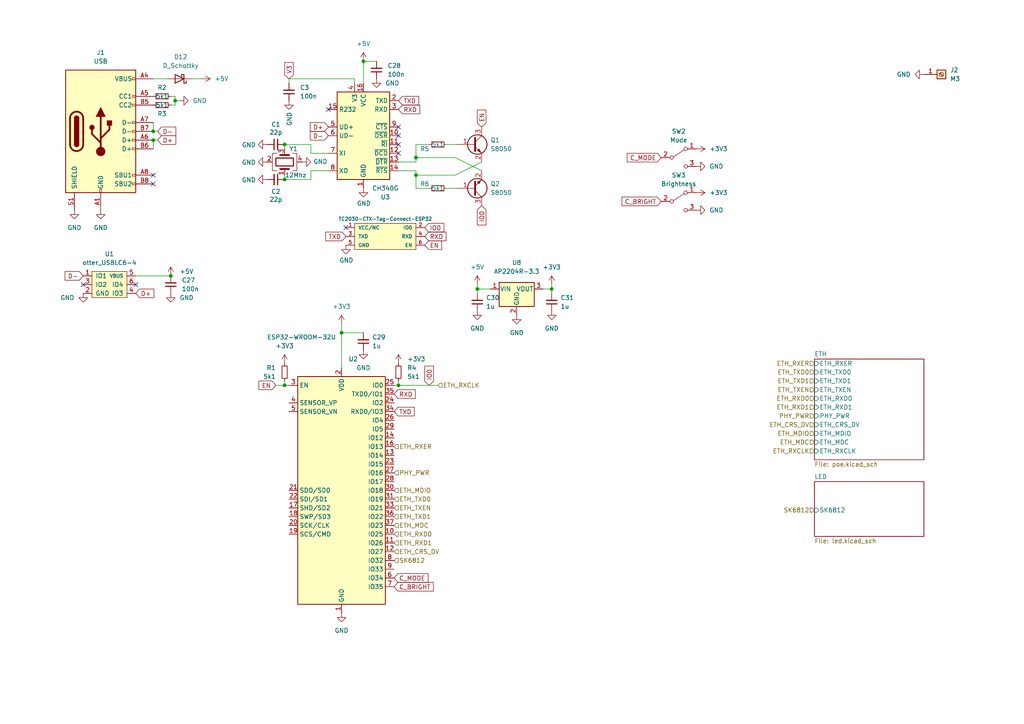
<source format=kicad_sch>
(kicad_sch (version 20211123) (generator eeschema)
  (paper "A4")
  (lib_symbols
    (symbol "Connector:Screw_Terminal_01x01" (pin_names (offset 1.016) hide)
      (property "Reference" "J" (at 0 2.54 0))
      (property "Value" "Screw_Terminal_01x01" (at 0 -2.54 0))
      (symbol "Screw_Terminal_01x01_1_1"
        (rectangle (start -1.27 1.27) (end 1.27 -1.27) (stroke (width 0.254)) (fill (type background)))
        (polyline (pts (xy -0.5334 0.3302) (xy 0.3302 -0.508)) (stroke (width 0.1524)))
        (polyline (pts (xy -0.3556 0.508) (xy 0.508 -0.3302)) (stroke (width 0.1524)))
        (circle (center 0 0) (radius 0.635) (stroke (width 0.1524)))
        (pin passive line (at -5.08 0 0) (length 3.81) (name "Pin_1") (number "1"))
      )
    )
    (symbol "Connector:USB_C_Receptacle_USB2.0" (pin_names (offset 1.016))
      (property "Reference" "J" (at -10.16 19.05 0))
      (property "Value" "USB_C_Receptacle_USB2.0" (at 19.05 19.05 0))
      (symbol "USB_C_Receptacle_USB2.0_0_0"
        (rectangle (start -0.254 -17.78) (end 0.254 -16.764))
        (rectangle (start 10.16 -14.986) (end 9.144 -15.494))
        (rectangle (start 10.16 -12.446) (end 9.144 -12.954))
        (rectangle (start 10.16 -4.826) (end 9.144 -5.334))
        (rectangle (start 10.16 -2.286) (end 9.144 -2.794))
        (rectangle (start 10.16 0.254) (end 9.144 -0.254))
        (rectangle (start 10.16 2.794) (end 9.144 2.286))
        (rectangle (start 10.16 7.874) (end 9.144 7.366))
        (rectangle (start 10.16 10.414) (end 9.144 9.906))
        (rectangle (start 10.16 15.494) (end 9.144 14.986))
      )
      (symbol "USB_C_Receptacle_USB2.0_0_1"
        (rectangle (start -10.16 17.78) (end 10.16 -17.78) (stroke (width 0.254)) (fill (type background)))
        (arc (start -8.89 -3.81) (mid -6.985 -5.715) (end -5.08 -3.81) (stroke (width 0.508)))
        (arc (start -7.62 -3.81) (mid -6.985 -4.445) (end -6.35 -3.81) (stroke (width 0.254)))
        (arc (start -7.62 -3.81) (mid -6.985 -4.445) (end -6.35 -3.81) (stroke (width 0.254)) (fill (type outline)))
        (rectangle (start -7.62 -3.81) (end -6.35 3.81) (stroke (width 0.254)) (fill (type outline)))
        (arc (start -6.35 3.81) (mid -6.985 4.445) (end -7.62 3.81) (stroke (width 0.254)))
        (arc (start -6.35 3.81) (mid -6.985 4.445) (end -7.62 3.81) (stroke (width 0.254)) (fill (type outline)))
        (arc (start -5.08 3.81) (mid -6.985 5.715) (end -8.89 3.81) (stroke (width 0.508)))
        (circle (center -2.54 1.143) (radius 0.635) (stroke (width 0.254)) (fill (type outline)))
        (circle (center 0 -5.842) (radius 1.27) (fill (type outline)))
        (polyline (pts (xy -8.89 -3.81) (xy -8.89 3.81)) (stroke (width 0.508)))
        (polyline (pts (xy -5.08 3.81) (xy -5.08 -3.81)) (stroke (width 0.508)))
        (polyline (pts (xy 0 -5.842) (xy 0 4.318)) (stroke (width 0.508)))
        (polyline (pts (xy 0 -3.302) (xy -2.54 -0.762) (xy -2.54 0.508)) (stroke (width 0.508)))
        (polyline (pts (xy 0 -2.032) (xy 2.54 0.508) (xy 2.54 1.778)) (stroke (width 0.508)))
        (polyline (pts (xy -1.27 4.318) (xy 0 6.858) (xy 1.27 4.318) (xy -1.27 4.318)) (stroke (width 0.254)) (fill (type outline)))
        (rectangle (start 1.905 1.778) (end 3.175 3.048) (stroke (width 0.254)) (fill (type outline)))
      )
      (symbol "USB_C_Receptacle_USB2.0_1_1"
        (pin passive line (at 0 -22.86 90) (length 5.08) (name "GND") (number "A1"))
        (pin passive line (at 0 -22.86 90) (length 5.08) hide (name "GND") (number "A12"))
        (pin passive line (at 15.24 15.24 180) (length 5.08) (name "VBUS") (number "A4"))
        (pin bidirectional line (at 15.24 10.16 180) (length 5.08) (name "CC1") (number "A5"))
        (pin bidirectional line (at 15.24 -2.54 180) (length 5.08) (name "D+") (number "A6"))
        (pin bidirectional line (at 15.24 2.54 180) (length 5.08) (name "D-") (number "A7"))
        (pin bidirectional line (at 15.24 -12.7 180) (length 5.08) (name "SBU1") (number "A8"))
        (pin passive line (at 15.24 15.24 180) (length 5.08) hide (name "VBUS") (number "A9"))
        (pin passive line (at 0 -22.86 90) (length 5.08) hide (name "GND") (number "B1"))
        (pin passive line (at 0 -22.86 90) (length 5.08) hide (name "GND") (number "B12"))
        (pin passive line (at 15.24 15.24 180) (length 5.08) hide (name "VBUS") (number "B4"))
        (pin bidirectional line (at 15.24 7.62 180) (length 5.08) (name "CC2") (number "B5"))
        (pin bidirectional line (at 15.24 -5.08 180) (length 5.08) (name "D+") (number "B6"))
        (pin bidirectional line (at 15.24 0 180) (length 5.08) (name "D-") (number "B7"))
        (pin bidirectional line (at 15.24 -15.24 180) (length 5.08) (name "SBU2") (number "B8"))
        (pin passive line (at 15.24 15.24 180) (length 5.08) hide (name "VBUS") (number "B9"))
        (pin passive line (at -7.62 -22.86 90) (length 5.08) (name "SHIELD") (number "S1"))
      )
    )
    (symbol "Device:C_Small" (pin_numbers hide) (pin_names (offset 0.254) hide)
      (property "Reference" "C" (at 0.254 1.778 0))
      (property "Value" "C_Small" (at 0.254 -2.032 0))
      (symbol "C_Small_0_1"
        (polyline (pts (xy -1.524 -0.508) (xy 1.524 -0.508)) (stroke (width 0.3302)))
        (polyline (pts (xy -1.524 0.508) (xy 1.524 0.508)) (stroke (width 0.3048)))
      )
      (symbol "C_Small_1_1"
        (pin passive line (at 0 2.54 270) (length 2.032) (name "~") (number "1"))
        (pin passive line (at 0 -2.54 90) (length 2.032) (name "~") (number "2"))
      )
    )
    (symbol "Device:Crystal_GND24" (pin_names (offset 1.016) hide)
      (property "Reference" "Y" (at 3.175 5.08 0))
      (property "Value" "Crystal_GND24" (at 3.175 3.175 0))
      (symbol "Crystal_GND24_0_1"
        (rectangle (start -1.143 2.54) (end 1.143 -2.54) (stroke (width 0.3048)))
        (polyline (pts (xy -2.54 0) (xy -2.032 0)))
        (polyline (pts (xy -2.032 -1.27) (xy -2.032 1.27)) (stroke (width 0.508)))
        (polyline (pts (xy 0 -3.81) (xy 0 -3.556)))
        (polyline (pts (xy 0 3.556) (xy 0 3.81)))
        (polyline (pts (xy 2.032 -1.27) (xy 2.032 1.27)) (stroke (width 0.508)))
        (polyline (pts (xy 2.032 0) (xy 2.54 0)))
        (polyline (pts (xy -2.54 -2.286) (xy -2.54 -3.556) (xy 2.54 -3.556) (xy 2.54 -2.286)))
        (polyline (pts (xy -2.54 2.286) (xy -2.54 3.556) (xy 2.54 3.556) (xy 2.54 2.286)))
      )
      (symbol "Crystal_GND24_1_1"
        (pin passive line (at -3.81 0 0) (length 1.27) (name "1") (number "1"))
        (pin passive line (at 0 5.08 270) (length 1.27) (name "2") (number "2"))
        (pin passive line (at 3.81 0 180) (length 1.27) (name "3") (number "3"))
        (pin passive line (at 0 -5.08 90) (length 1.27) (name "4") (number "4"))
      )
    )
    (symbol "Device:D_Schottky" (pin_numbers hide) (pin_names (offset 1.016) hide)
      (property "Reference" "D" (at 0 2.54 0))
      (property "Value" "D_Schottky" (at 0 -2.54 0))
      (symbol "D_Schottky_0_1"
        (polyline (pts (xy 1.27 0) (xy -1.27 0)))
        (polyline (pts (xy 1.27 1.27) (xy 1.27 -1.27) (xy -1.27 0) (xy 1.27 1.27)) (stroke (width 0.254)))
        (polyline (pts (xy -1.905 0.635) (xy -1.905 1.27) (xy -1.27 1.27) (xy -1.27 -1.27) (xy -0.635 -1.27) (xy -0.635 -0.635)) (stroke (width 0.254)))
      )
      (symbol "D_Schottky_1_1"
        (pin passive line (at -3.81 0 0) (length 2.54) (name "K") (number "1"))
        (pin passive line (at 3.81 0 180) (length 2.54) (name "A") (number "2"))
      )
    )
    (symbol "Device:R_Small" (pin_numbers hide) (pin_names (offset 0.254) hide)
      (property "Reference" "R" (at 0.762 0.508 0))
      (property "Value" "R_Small" (at 0.762 -1.016 0))
      (symbol "R_Small_0_1"
        (rectangle (start -0.762 1.778) (end 0.762 -1.778) (stroke (width 0.2032)))
      )
      (symbol "R_Small_1_1"
        (pin passive line (at 0 2.54 270) (length 0.762) (name "~") (number "1"))
        (pin passive line (at 0 -2.54 90) (length 0.762) (name "~") (number "2"))
      )
    )
    (symbol "Interface_USB:CH340G"
      (property "Reference" "U" (at -5.08 13.97 0))
      (property "Value" "CH340G" (at 1.27 13.97 0))
      (symbol "CH340G_0_1"
        (rectangle (start -7.62 12.7) (end 7.62 -12.7) (stroke (width 0.254)) (fill (type background)))
      )
      (symbol "CH340G_1_1"
        (pin power_in line (at 0 -15.24 90) (length 2.54) (name "GND") (number "1"))
        (pin input line (at 10.16 0 180) (length 2.54) (name "~{DSR}") (number "10"))
        (pin input line (at 10.16 -2.54 180) (length 2.54) (name "~{RI}") (number "11"))
        (pin input line (at 10.16 -5.08 180) (length 2.54) (name "~{DCD}") (number "12"))
        (pin output line (at 10.16 -7.62 180) (length 2.54) (name "~{DTR}") (number "13"))
        (pin output line (at 10.16 -10.16 180) (length 2.54) (name "~{RTS}") (number "14"))
        (pin input line (at -10.16 7.62 0) (length 2.54) (name "R232") (number "15"))
        (pin power_in line (at 0 15.24 270) (length 2.54) (name "VCC") (number "16"))
        (pin output line (at 10.16 10.16 180) (length 2.54) (name "TXD") (number "2"))
        (pin input line (at 10.16 7.62 180) (length 2.54) (name "RXD") (number "3"))
        (pin passive line (at -2.54 15.24 270) (length 2.54) (name "V3") (number "4"))
        (pin bidirectional line (at -10.16 2.54 0) (length 2.54) (name "UD+") (number "5"))
        (pin bidirectional line (at -10.16 0 0) (length 2.54) (name "UD-") (number "6"))
        (pin input line (at -10.16 -5.08 0) (length 2.54) (name "XI") (number "7"))
        (pin output line (at -10.16 -10.16 0) (length 2.54) (name "XO") (number "8"))
        (pin input line (at 10.16 2.54 180) (length 2.54) (name "~{CTS}") (number "9"))
      )
    )
    (symbol "RF_Module:ESP32-WROOM-32U"
      (property "Reference" "U" (at -12.7 34.29 0))
      (property "Value" "ESP32-WROOM-32U" (at 1.27 34.29 0))
      (symbol "ESP32-WROOM-32U_0_1"
        (rectangle (start -12.7 33.02) (end 12.7 -33.02) (stroke (width 0.254)) (fill (type background)))
      )
      (symbol "ESP32-WROOM-32U_1_1"
        (pin power_in line (at 0 -35.56 90) (length 2.54) (name "GND") (number "1"))
        (pin bidirectional line (at 15.24 -12.7 180) (length 2.54) (name "IO25") (number "10"))
        (pin bidirectional line (at 15.24 -15.24 180) (length 2.54) (name "IO26") (number "11"))
        (pin bidirectional line (at 15.24 -17.78 180) (length 2.54) (name "IO27") (number "12"))
        (pin bidirectional line (at 15.24 10.16 180) (length 2.54) (name "IO14") (number "13"))
        (pin bidirectional line (at 15.24 15.24 180) (length 2.54) (name "IO12") (number "14"))
        (pin passive line (at 0 -35.56 90) (length 2.54) hide (name "GND") (number "15"))
        (pin bidirectional line (at 15.24 12.7 180) (length 2.54) (name "IO13") (number "16"))
        (pin bidirectional line (at -15.24 -5.08 0) (length 2.54) (name "SHD/SD2") (number "17"))
        (pin bidirectional line (at -15.24 -7.62 0) (length 2.54) (name "SWP/SD3") (number "18"))
        (pin bidirectional line (at -15.24 -12.7 0) (length 2.54) (name "SCS/CMD") (number "19"))
        (pin power_in line (at 0 35.56 270) (length 2.54) (name "VDD") (number "2"))
        (pin bidirectional line (at -15.24 -10.16 0) (length 2.54) (name "SCK/CLK") (number "20"))
        (pin bidirectional line (at -15.24 0 0) (length 2.54) (name "SDO/SD0") (number "21"))
        (pin bidirectional line (at -15.24 -2.54 0) (length 2.54) (name "SDI/SD1") (number "22"))
        (pin bidirectional line (at 15.24 7.62 180) (length 2.54) (name "IO15") (number "23"))
        (pin bidirectional line (at 15.24 25.4 180) (length 2.54) (name "IO2") (number "24"))
        (pin bidirectional line (at 15.24 30.48 180) (length 2.54) (name "IO0") (number "25"))
        (pin bidirectional line (at 15.24 20.32 180) (length 2.54) (name "IO4") (number "26"))
        (pin bidirectional line (at 15.24 5.08 180) (length 2.54) (name "IO16") (number "27"))
        (pin bidirectional line (at 15.24 2.54 180) (length 2.54) (name "IO17") (number "28"))
        (pin bidirectional line (at 15.24 17.78 180) (length 2.54) (name "IO5") (number "29"))
        (pin input line (at -15.24 30.48 0) (length 2.54) (name "EN") (number "3"))
        (pin bidirectional line (at 15.24 0 180) (length 2.54) (name "IO18") (number "30"))
        (pin bidirectional line (at 15.24 -2.54 180) (length 2.54) (name "IO19") (number "31"))
        (pin no_connect line (at -12.7 -27.94 0) (length 2.54) hide (name "NC") (number "32"))
        (pin bidirectional line (at 15.24 -5.08 180) (length 2.54) (name "IO21") (number "33"))
        (pin bidirectional line (at 15.24 22.86 180) (length 2.54) (name "RXD0/IO3") (number "34"))
        (pin bidirectional line (at 15.24 27.94 180) (length 2.54) (name "TXD0/IO1") (number "35"))
        (pin bidirectional line (at 15.24 -7.62 180) (length 2.54) (name "IO22") (number "36"))
        (pin bidirectional line (at 15.24 -10.16 180) (length 2.54) (name "IO23") (number "37"))
        (pin passive line (at 0 -35.56 90) (length 2.54) hide (name "GND") (number "38"))
        (pin passive line (at 0 -35.56 90) (length 2.54) hide (name "GND") (number "39"))
        (pin input line (at -15.24 25.4 0) (length 2.54) (name "SENSOR_VP") (number "4"))
        (pin input line (at -15.24 22.86 0) (length 2.54) (name "SENSOR_VN") (number "5"))
        (pin input line (at 15.24 -25.4 180) (length 2.54) (name "IO34") (number "6"))
        (pin input line (at 15.24 -27.94 180) (length 2.54) (name "IO35") (number "7"))
        (pin bidirectional line (at 15.24 -20.32 180) (length 2.54) (name "IO32") (number "8"))
        (pin bidirectional line (at 15.24 -22.86 180) (length 2.54) (name "IO33") (number "9"))
      )
    )
    (symbol "Regulator_Linear:AP2204R-3.3" (pin_names (offset 0.254))
      (property "Reference" "U" (at -5.08 3.175 0))
      (property "Value" "AP2204R-3.3" (at 0 3.175 0))
      (symbol "AP2204R-3.3_0_1"
        (rectangle (start -5.08 1.905) (end 5.08 -5.08) (stroke (width 0.254)) (fill (type background)))
      )
      (symbol "AP2204R-3.3_1_1"
        (pin power_in line (at -7.62 0 0) (length 2.54) (name "VIN") (number "1"))
        (pin power_in line (at 0 -7.62 90) (length 2.54) (name "GND") (number "2"))
        (pin power_out line (at 7.62 0 180) (length 2.54) (name "VOUT") (number "3"))
      )
    )
    (symbol "Switch:SW_SPDT" (pin_names (offset 0) hide)
      (property "Reference" "SW" (at 0 4.318 0))
      (property "Value" "SW_SPDT" (at 0 -5.08 0))
      (symbol "SW_SPDT_0_0"
        (circle (center -2.032 0) (radius 0.508))
        (circle (center 2.032 -2.54) (radius 0.508))
      )
      (symbol "SW_SPDT_0_1"
        (polyline (pts (xy -1.524 0.254) (xy 1.651 2.286)))
        (circle (center 2.032 2.54) (radius 0.508))
      )
      (symbol "SW_SPDT_1_1"
        (pin passive line (at 5.08 2.54 180) (length 2.54) (name "A") (number "1"))
        (pin passive line (at -5.08 0 0) (length 2.54) (name "B") (number "2"))
        (pin passive line (at 5.08 -2.54 180) (length 2.54) (name "C") (number "3"))
      )
    )
    (symbol "Transistor_BJT:BC847" (pin_names (offset 0) hide)
      (property "Reference" "Q" (at 5.08 1.905 0))
      (property "Value" "BC847" (at 5.08 0 0))
      (symbol "BC847_0_1"
        (polyline (pts (xy 0.635 0.635) (xy 2.54 2.54)))
        (polyline (pts (xy 0.635 -0.635) (xy 2.54 -2.54) (xy 2.54 -2.54)))
        (polyline (pts (xy 0.635 1.905) (xy 0.635 -1.905) (xy 0.635 -1.905)) (stroke (width 0.508)))
        (polyline (pts (xy 1.27 -1.778) (xy 1.778 -1.27) (xy 2.286 -2.286) (xy 1.27 -1.778) (xy 1.27 -1.778)) (fill (type outline)))
        (circle (center 1.27 0) (radius 2.8194) (stroke (width 0.254)))
      )
      (symbol "BC847_1_1"
        (pin input line (at -5.08 0 0) (length 5.715) (name "B") (number "1"))
        (pin passive line (at 2.54 -5.08 90) (length 2.54) (name "E") (number "2"))
        (pin passive line (at 2.54 5.08 270) (length 2.54) (name "C") (number "3"))
      )
    )
    (symbol "otter:+5V" (power) (pin_names (offset 0))
      (property "Value" "+5V" (at 0 3.556 0))
      (symbol "+5V_0_1"
        (polyline (pts (xy -0.762 1.27) (xy 0 2.54)))
        (polyline (pts (xy 0 0) (xy 0 2.54)))
        (polyline (pts (xy 0 2.54) (xy 0.762 1.27)))
      )
      (symbol "+5V_1_1"
        (pin power_in line (at 0 0 90) (length 0) hide (name "+5V") (number "1"))
      )
    )
    (symbol "otter:GND" (power) (pin_names (offset 0))
      (property "Value" "GND" (at 0 -3.81 0))
      (symbol "GND_0_1"
        (polyline (pts (xy 0 0) (xy 0 -1.27) (xy 1.27 -1.27) (xy 0 -2.54) (xy -1.27 -1.27) (xy 0 -1.27)))
      )
      (symbol "GND_1_1"
        (pin power_in line (at 0 0 270) (length 0) hide (name "GND") (number "1"))
      )
    )
    (symbol "otter:TC2030-CTX-Tag-Connect-ESP32" (pin_names (offset 1.016))
      (property "Value" "TC2030-CTX-Tag-Connect-ESP32" (at 0 5.08 0))
      (symbol "TC2030-CTX-Tag-Connect-ESP32_0_1"
        (rectangle (start 8.89 3.81) (end -8.89 -3.81) (fill (type background)))
      )
      (symbol "TC2030-CTX-Tag-Connect-ESP32_1_1"
        (pin passive line (at -11.43 2.54 0) (length 2.54) (name "VCC/NC") (number "1"))
        (pin passive line (at 11.43 2.54 180) (length 2.54) (name "IO0") (number "2"))
        (pin passive line (at -11.43 0 0) (length 2.54) (name "TXD") (number "3"))
        (pin passive line (at 11.43 0 180) (length 2.54) (name "RXD") (number "4"))
        (pin passive line (at -11.43 -2.54 0) (length 2.54) (name "GND") (number "5"))
        (pin passive line (at 11.43 -2.54 180) (length 2.54) (name "EN") (number "6"))
      )
    )
    (symbol "otter:otter_USBLC6-4" (pin_names (offset 1.016))
      (property "Reference" "U" (at 0 7.62 0))
      (property "Value" "otter_USBLC6-4" (at 0 5.08 0))
      (symbol "otter_USBLC6-4_0_1"
        (rectangle (start -5.08 3.81) (end 5.08 -3.81) (fill (type background)))
      )
      (symbol "otter_USBLC6-4_1_1"
        (pin input line (at -7.62 2.54 0) (length 2.54) (name "IO1") (number "1"))
        (pin input line (at -7.62 -2.54 0) (length 2.54) (name "GND") (number "2"))
        (pin input line (at -7.62 0 0) (length 2.54) (name "IO2") (number "3"))
        (pin input line (at 7.62 -2.54 180) (length 2.54) (name "IO3") (number "4"))
        (pin input line (at 7.62 2.54 180) (length 2.54) (name "VBUS") (number "5"))
        (pin input line (at 7.62 0 180) (length 2.54) (name "IO4") (number "6"))
      )
    )
    (symbol "power:+3V3" (power) (pin_names (offset 0))
      (property "Value" "+3V3" (at 0 3.556 0))
      (symbol "+3V3_0_1"
        (polyline (pts (xy -0.762 1.27) (xy 0 2.54)))
        (polyline (pts (xy 0 0) (xy 0 2.54)))
        (polyline (pts (xy 0 2.54) (xy 0.762 1.27)))
      )
      (symbol "+3V3_1_1"
        (pin power_in line (at 0 0 90) (length 0) hide (name "+3V3") (number "1"))
      )
    )
    (symbol "power:GND" (power) (pin_names (offset 0))
      (property "Value" "GND" (at 0 -3.81 0))
      (symbol "GND_0_1"
        (polyline (pts (xy 0 0) (xy 0 -1.27) (xy 1.27 -1.27) (xy 0 -2.54) (xy -1.27 -1.27) (xy 0 -1.27)))
      )
      (symbol "GND_1_1"
        (pin power_in line (at 0 0 270) (length 0) hide (name "GND") (number "1"))
      )
    )
  )
  (junction (at 50.8 29.21))
  (junction (at 99.06 96.52))
  (junction (at 44.45 40.64))
  (junction (at 105.41 17.78))
  (junction (at 82.55 111.76))
  (junction (at 138.43 83.82))
  (junction (at 115.57 111.76))
  (junction (at 120.65 50.8))
  (junction (at 44.45 38.1))
  (junction (at 82.55 52.07))
  (junction (at 82.55 41.91))
  (junction (at 160.02 83.82))
  (junction (at 120.65 45.72))
  (junction (at 49.53 80.01))
  (no_connect (at 44.45 50.8))
  (no_connect (at 44.45 53.34))
  (no_connect (at 100.33 66.04))
  (no_connect (at 95.25 31.75))
  (no_connect (at 24.13 82.55))
  (no_connect (at 39.37 82.55))
  (no_connect (at 115.57 44.45))
  (no_connect (at 115.57 36.83))
  (no_connect (at 115.57 41.91))
  (no_connect (at 115.57 39.37))
  (wire (pts (xy 120.65 54.61) (xy 124.46 54.61)))
  (wire (pts (xy 129.54 54.61) (xy 132.08 54.61)))
  (wire (pts (xy 109.22 17.78) (xy 105.41 17.78)))
  (wire (pts (xy 115.57 110.49) (xy 115.57 111.76)))
  (wire (pts (xy 82.55 50.8) (xy 82.55 52.07)))
  (wire (pts (xy 44.45 40.64) (xy 44.45 43.18)))
  (wire (pts (xy 102.87 24.13) (xy 102.87 22.86)))
  (wire (pts (xy 82.55 43.18) (xy 82.55 41.91)))
  (wire (pts (xy 102.87 22.86) (xy 83.82 22.86)))
  (wire (pts (xy 105.41 96.52) (xy 99.06 96.52)))
  (wire (pts (xy 49.53 80.01) (xy 39.37 80.01)))
  (wire (pts (xy 115.57 111.76) (xy 127 111.76)))
  (wire (pts (xy 80.01 111.76) (xy 82.55 111.76)))
  (wire (pts (xy 90.17 49.53) (xy 95.25 49.53)))
  (wire (pts (xy 50.8 30.48) (xy 50.8 29.21)))
  (wire (pts (xy 120.65 50.8) (xy 120.65 49.53)))
  (wire (pts (xy 49.53 30.48) (xy 50.8 30.48)))
  (wire (pts (xy 82.55 52.07) (xy 90.17 52.07)))
  (wire (pts (xy 83.82 22.86) (xy 83.82 24.13)))
  (wire (pts (xy 44.45 40.64) (xy 45.72 40.64)))
  (wire (pts (xy 120.65 46.99) (xy 115.57 46.99)))
  (wire (pts (xy 160.02 83.82) (xy 160.02 85.09)))
  (wire (pts (xy 44.45 35.56) (xy 44.45 38.1)))
  (wire (pts (xy 44.45 38.1) (xy 45.72 38.1)))
  (wire (pts (xy 50.8 29.21) (xy 52.07 29.21)))
  (wire (pts (xy 50.8 29.21) (xy 50.8 27.94)))
  (wire (pts (xy 105.41 17.78) (xy 105.41 24.13)))
  (wire (pts (xy 157.48 83.82) (xy 160.02 83.82)))
  (wire (pts (xy 99.06 96.52) (xy 99.06 106.68)))
  (wire (pts (xy 120.65 45.72) (xy 132.08 45.72)))
  (wire (pts (xy 160.02 82.55) (xy 160.02 83.82)))
  (wire (pts (xy 50.8 27.94) (xy 49.53 27.94)))
  (wire (pts (xy 120.65 41.91) (xy 120.65 45.72)))
  (wire (pts (xy 82.55 110.49) (xy 82.55 111.76)))
  (wire (pts (xy 90.17 41.91) (xy 90.17 44.45)))
  (wire (pts (xy 138.43 82.55) (xy 138.43 83.82)))
  (wire (pts (xy 95.25 44.45) (xy 90.17 44.45)))
  (wire (pts (xy 82.55 111.76) (xy 83.82 111.76)))
  (wire (pts (xy 120.65 54.61) (xy 120.65 50.8)))
  (wire (pts (xy 142.24 83.82) (xy 138.43 83.82)))
  (wire (pts (xy 138.43 83.82) (xy 138.43 85.09)))
  (wire (pts (xy 44.45 22.86) (xy 48.26 22.86)))
  (wire (pts (xy 115.57 111.76) (xy 114.3 111.76)))
  (wire (pts (xy 120.65 50.8) (xy 132.08 50.8)))
  (wire (pts (xy 129.54 41.91) (xy 132.08 41.91)))
  (wire (pts (xy 139.7 49.53) (xy 132.08 45.72)))
  (wire (pts (xy 139.7 46.99) (xy 132.08 50.8)))
  (wire (pts (xy 90.17 49.53) (xy 90.17 52.07)))
  (wire (pts (xy 120.65 45.72) (xy 120.65 46.99)))
  (wire (pts (xy 124.46 41.91) (xy 120.65 41.91)))
  (wire (pts (xy 99.06 93.98) (xy 99.06 96.52)))
  (wire (pts (xy 90.17 41.91) (xy 82.55 41.91)))
  (wire (pts (xy 55.88 22.86) (xy 58.42 22.86)))
  (wire (pts (xy 115.57 49.53) (xy 120.65 49.53)))
  (global_label "D-" (shape input) (at 95.25 39.37 180) (property "Intersheet References" "${INTERSHEET_REFS}" (effects hide)))
  (global_label "C_BRIGHT" (shape input) (at 114.3 170.18 0) (property "Intersheet References" "${INTERSHEET_REFS}" (effects hide)))
  (global_label "RXD" (shape input) (at 123.19 68.58 0) (property "Intersheet References" "${INTERSHEET_REFS}" (effects hide)))
  (global_label "TXD" (shape input) (at 115.57 29.21 0) (property "Intersheet References" "${INTERSHEET_REFS}" (effects hide)))
  (global_label "EN" (shape input) (at 123.19 71.12 0) (property "Intersheet References" "${INTERSHEET_REFS}" (effects hide)))
  (global_label "IO0" (shape input) (at 139.7 59.69 270) (property "Intersheet References" "${INTERSHEET_REFS}" (effects hide)))
  (global_label "EN" (shape input) (at 139.7 36.83 90) (property "Intersheet References" "${INTERSHEET_REFS}" (effects hide)))
  (global_label "D+" (shape input) (at 45.72 40.64 0) (property "Intersheet References" "${INTERSHEET_REFS}" (effects hide)))
  (global_label "EN" (shape input) (at 80.01 111.76 180) (property "Intersheet References" "${INTERSHEET_REFS}" (effects hide)))
  (global_label "D-" (shape input) (at 45.72 38.1 0) (property "Intersheet References" "${INTERSHEET_REFS}" (effects hide)))
  (global_label "RXD" (shape input) (at 114.3 114.3 0) (property "Intersheet References" "${INTERSHEET_REFS}" (effects hide)))
  (global_label "D+" (shape input) (at 39.37 85.09 0) (property "Intersheet References" "${INTERSHEET_REFS}" (effects hide)))
  (global_label "C_MODE" (shape input) (at 191.77 45.72 180) (property "Intersheet References" "${INTERSHEET_REFS}" (effects hide)))
  (global_label "TXD" (shape input) (at 114.3 119.38 0) (property "Intersheet References" "${INTERSHEET_REFS}" (effects hide)))
  (global_label "IO0" (shape input) (at 123.19 66.04 0) (property "Intersheet References" "${INTERSHEET_REFS}" (effects hide)))
  (global_label "D+" (shape input) (at 95.25 36.83 180) (property "Intersheet References" "${INTERSHEET_REFS}" (effects hide)))
  (global_label "D-" (shape input) (at 24.13 80.01 180) (property "Intersheet References" "${INTERSHEET_REFS}" (effects hide)))
  (global_label "RXD" (shape input) (at 115.57 31.75 0) (property "Intersheet References" "${INTERSHEET_REFS}" (effects hide)))
  (global_label "IO0" (shape input) (at 124.46 111.76 90) (property "Intersheet References" "${INTERSHEET_REFS}" (effects hide)))
  (global_label "C_MODE" (shape input) (at 114.3 167.64 0) (property "Intersheet References" "${INTERSHEET_REFS}" (effects hide)))
  (global_label "TXD" (shape input) (at 100.33 68.58 180) (property "Intersheet References" "${INTERSHEET_REFS}" (effects hide)))
  (global_label "C_BRIGHT" (shape input) (at 191.77 58.42 180) (property "Intersheet References" "${INTERSHEET_REFS}" (effects hide)))
  (global_label "V3" (shape input) (at 83.82 22.86 90) (property "Intersheet References" "${INTERSHEET_REFS}" (effects hide)))
  (hierarchical_label "ETH_MDIO" (shape input) (at 114.3 142.24 0))
  (hierarchical_label "ETH_MDIO" (shape input) (at 236.22 125.73 180))
  (hierarchical_label "ETH_CRS_DV" (shape input) (at 236.22 123.19 180))
  (hierarchical_label "SK6812" (shape input) (at 114.3 162.56 0))
  (hierarchical_label "ETH_CRS_DV" (shape input) (at 114.3 160.02 0))
  (hierarchical_label "ETH_RXCLK" (shape input) (at 236.22 130.81 180))
  (hierarchical_label "ETH_RXCLK" (shape input) (at 127 111.76 0))
  (hierarchical_label "ETH_TXD1" (shape input) (at 114.3 149.86 0))
  (hierarchical_label "ETH_RXD0" (shape input) (at 114.3 154.94 0))
  (hierarchical_label "ETH_TXEN" (shape input) (at 114.3 147.32 0))
  (hierarchical_label "ETH_RXER" (shape input) (at 114.3 129.54 0))
  (hierarchical_label "ETH_RXD1" (shape input) (at 236.22 118.11 180))
  (hierarchical_label "ETH_TXEN" (shape input) (at 236.22 113.03 180))
  (hierarchical_label "ETH_MDC" (shape input) (at 236.22 128.27 180))
  (hierarchical_label "PHY_PWR" (shape input) (at 236.22 120.65 180))
  (hierarchical_label "PHY_PWR" (shape input) (at 114.3 137.16 0))
  (hierarchical_label "ETH_RXER" (shape input) (at 236.22 105.41 180))
  (hierarchical_label "ETH_TXD0" (shape input) (at 236.22 107.95 180))
  (hierarchical_label "ETH_RXD1" (shape input) (at 114.3 157.48 0))
  (hierarchical_label "ETH_RXD0" (shape input) (at 236.22 115.57 180))
  (hierarchical_label "SK6812" (shape input) (at 236.22 147.955 180))
  (hierarchical_label "ETH_TXD1" (shape input) (at 236.22 110.49 180))
  (hierarchical_label "ETH_TXD0" (shape input) (at 114.3 144.78 0))
  (hierarchical_label "ETH_MDC" (shape input) (at 114.3 152.4 0))
  (symbol (lib_id "otter:GND") (at 49.53 85.09 0) (unit 1)
    (property "Reference" "#PWR0179" (effects hide))
    (property "Value" "GND" (at 52.07 86.3599 0) (effects (justify left)))
  )
  (symbol (lib_id "otter:GND") (at 105.41 101.6 0) (unit 1)
    (property "Reference" "#PWR0180" (effects hide))
    (property "Value" "GND" (at 105.41 106.68 0))
  )
  (symbol (lib_id "power:+3V3") (at 99.06 93.98 0) (unit 1)
    (property "Reference" "#PWR0118" (effects hide))
    (property "Value" "+3V3" (at 99.06 88.9 0))
  )
  (symbol (lib_id "Switch:SW_SPDT") (at 196.85 58.42 0) (unit 1)
    (property "Reference" "SW3" (at 196.85 50.8 0))
    (property "Value" "Brightness" (at 196.85 53.34 0))
    (property "Footprint" "Button_Switch_SMD:SW_SPDT_PCM12" (effects hide))
  )
  (symbol (lib_id "otter:otter_USBLC6-4") (at 31.75 82.55 0) (unit 1)
    (property "Reference" "U1" (at 31.75 73.66 0))
    (property "Value" "otter_USBLC6-4" (at 31.75 76.2 0))
    (property "Footprint" "Package_TO_SOT_SMD:SOT-23-6" (effects hide))
  )
  (symbol (lib_id "power:GND") (at 77.47 52.07 270) (unit 1)
    (property "Reference" "#PWR0127" (effects hide))
    (property "Value" "GND" (at 74.2188 52.197 90) (effects (justify right)))
  )
  (symbol (lib_id "Connector:USB_C_Receptacle_USB2.0") (at 29.21 38.1 0) (unit 1)
    (property "Reference" "J1" (at 29.21 15.24 0))
    (property "Value" "USB" (at 29.21 17.78 0))
    (property "Footprint" "otter:USB-C 16Pin" (effects hide))
    (property "Datasheet" "https://www.usb.org/sites/default/files/documents/usb_type-c.zip" (effects hide))
  )
  (symbol (lib_id "Device:C_Small") (at 83.82 26.67 180) (unit 1)
    (property "Reference" "C3" (at 86.995 25.3935 0) (effects (justify right)))
    (property "Value" "100n" (at 86.995 27.9335 0) (effects (justify right)))
    (property "Footprint" "otter:C_0402" (effects hide))
  )
  (symbol (lib_id "Device:R_Small") (at 46.99 27.94 90) (unit 1)
    (property "Reference" "R2" (at 46.99 25.4 90))
    (property "Value" "5k1" (at 46.99 27.94 90))
    (property "Footprint" "otter:R_0402" (effects hide))
  )
  (symbol (lib_id "otter:GND") (at 201.93 60.96 90) (unit 1)
    (property "Reference" "#PWR0108" (effects hide))
    (property "Value" "GND" (at 205.74 60.9599 90) (effects (justify right)))
  )
  (symbol (lib_id "power:+3V3") (at 82.55 105.41 0) (unit 1)
    (property "Reference" "#PWR0119" (effects hide))
    (property "Value" "+3V3" (at 82.55 100.33 0))
  )
  (symbol (lib_id "Device:R_Small") (at 82.55 107.95 180) (unit 1)
    (property "Reference" "R1" (at 80.01 106.6799 0) (effects (justify left)))
    (property "Value" "5k1" (at 80.01 109.2199 0) (effects (justify left)))
    (property "Footprint" "otter:R_0402" (effects hide))
  )
  (symbol (lib_id "power:+3V3") (at 115.57 105.41 0) (unit 1)
    (property "Reference" "#PWR0106" (effects hide))
    (property "Value" "+3V3" (at 118.11 104.1399 0) (effects (justify left)))
  )
  (symbol (lib_id "otter:+5V") (at 49.53 80.01 0) (unit 1)
    (property "Reference" "#PWR0102" (effects hide))
    (property "Value" "+5V" (at 52.07 78.7399 0) (effects (justify left)))
  )
  (symbol (lib_id "otter:GND") (at 160.02 90.17 0) (unit 1)
    (property "Reference" "#PWR0181" (effects hide))
    (property "Value" "GND" (at 160.02 95.25 0))
  )
  (symbol (lib_id "Connector:Screw_Terminal_01x01") (at 273.05 21.59 0) (unit 1)
    (property "Reference" "J2" (at 275.59 20.3199 0) (effects (justify left)))
    (property "Value" "M3" (at 275.59 22.8599 0) (effects (justify left)))
    (property "Footprint" "otter:hotshoe" (effects hide))
  )
  (symbol (lib_id "otter:GND") (at 21.59 60.96 0) (unit 1)
    (property "Reference" "#PWR0115" (effects hide))
    (property "Value" "GND" (at 21.59 66.04 0))
  )
  (symbol (lib_id "otter:+5V") (at 105.41 17.78 0) (unit 1)
    (property "Reference" "#PWR0103" (effects hide))
    (property "Value" "+5V" (at 105.41 12.7 0))
  )
  (symbol (lib_id "otter:GND") (at 201.93 48.26 90) (unit 1)
    (property "Reference" "#PWR0131" (effects hide))
    (property "Value" "GND" (at 205.74 48.2599 90) (effects (justify right)))
  )
  (symbol (lib_id "power:GND") (at 109.22 22.86 0) (unit 1)
    (property "Reference" "#PWR0178" (effects hide))
    (property "Value" "GND" (at 111.76 24.1299 0) (effects (justify left)))
  )
  (symbol (lib_id "Device:C_Small") (at 105.41 99.06 180) (unit 1)
    (property "Reference" "C29" (at 107.95 97.7835 0) (effects (justify right)))
    (property "Value" "1u" (at 107.95 100.3235 0) (effects (justify right)))
    (property "Footprint" "otter:C_0603" (effects hide))
  )
  (symbol (lib_id "otter:GND") (at 138.43 90.17 0) (unit 1)
    (property "Reference" "#PWR0182" (effects hide))
    (property "Value" "GND" (at 138.43 95.25 0))
  )
  (symbol (lib_id "Device:C_Small") (at 138.43 87.63 180) (unit 1)
    (property "Reference" "C30" (at 140.97 86.3535 0) (effects (justify right)))
    (property "Value" "1u" (at 140.97 88.8935 0) (effects (justify right)))
    (property "Footprint" "otter:C_0603" (effects hide))
  )
  (symbol (lib_id "Switch:SW_SPDT") (at 196.85 45.72 0) (unit 1)
    (property "Reference" "SW2" (at 196.85 38.1 0))
    (property "Value" "Mode" (at 196.85 40.64 0))
    (property "Footprint" "Button_Switch_SMD:SW_SPDT_PCM12" (effects hide))
  )
  (symbol (lib_id "Device:D_Schottky") (at 52.07 22.86 180) (unit 1)
    (property "Reference" "D12" (at 52.3875 16.51 0))
    (property "Value" "D_Schottky" (at 52.3875 19.05 0))
    (property "Footprint" "otter:SMAF" (effects hide))
  )
  (symbol (lib_id "Regulator_Linear:AP2204R-3.3") (at 149.86 83.82 0) (unit 1)
    (property "Reference" "U8" (at 149.86 76.2 0))
    (property "Value" "AP2204R-3.3" (at 149.86 78.74 0))
    (property "Footprint" "Package_TO_SOT_SMD:SOT-89-3" (effects hide))
    (property "Datasheet" "https://www.diodes.com/assets/Datasheets/AP2204.pdf" (effects hide))
  )
  (symbol (lib_id "otter:TC2030-CTX-Tag-Connect-ESP32") (at 111.76 68.58 0) (unit 1)
    (property "Reference" "P1" (effects hide))
    (property "Value" "TC2030-CTX-Tag-Connect-ESP32" (at 111.76 63.5 0) (effects (font (size 1.016 1.016))))
    (property "Footprint" "otter:TC2030" (effects hide))
  )
  (symbol (lib_id "Device:R_Small") (at 127 41.91 270) (unit 1)
    (property "Reference" "R5" (at 123.19 43.18 90))
    (property "Value" "5k1" (at 127 41.91 90))
    (property "Footprint" "otter:R_0402" (effects hide))
  )
  (symbol (lib_id "Device:R_Small") (at 127 54.61 270) (unit 1)
    (property "Reference" "R6" (at 123.19 53.34 90))
    (property "Value" "5k1" (at 127 54.61 90))
    (property "Footprint" "otter:R_0402" (effects hide))
  )
  (symbol (lib_id "RF_Module:ESP32-WROOM-32U") (at 99.06 142.24 0) (unit 1)
    (property "Reference" "U2" (at 101.0794 104.14 0) (effects (justify left)))
    (property "Value" "ESP32-WROOM-32U" (at 77.47 97.79 0) (effects (justify left)))
    (property "Footprint" "RF_Module:ESP32-WROOM-32U" (effects hide))
    (property "Datasheet" "https://www.espressif.com/sites/default/files/documentation/esp32-wroom-32d_esp32-wroom-32u_datasheet_en.pdf" (effects hide))
  )
  (symbol (lib_id "Device:R_Small") (at 46.99 30.48 270) (unit 1)
    (property "Reference" "R3" (at 46.99 33.02 90))
    (property "Value" "5k1" (at 46.99 30.48 90))
    (property "Footprint" "otter:R_0402" (effects hide))
  )
  (symbol (lib_id "otter:GND") (at 24.13 85.09 0) (unit 1)
    (property "Reference" "#PWR0114" (effects hide))
    (property "Value" "GND" (at 21.59 86.3599 0) (effects (justify right)))
  )
  (symbol (lib_id "otter:+5V") (at 138.43 82.55 0) (unit 1)
    (property "Reference" "#PWR0184" (effects hide))
    (property "Value" "+5V" (at 138.43 77.47 0))
  )
  (symbol (lib_id "Device:C_Small") (at 80.01 52.07 270) (unit 1)
    (property "Reference" "C2" (at 80.01 55.5498 90))
    (property "Value" "22p" (at 80.01 57.8612 90))
    (property "Footprint" "otter:C_0402" (effects hide))
  )
  (symbol (lib_id "otter:GND") (at 52.07 29.21 90) (unit 1)
    (property "Reference" "#PWR0130" (effects hide))
    (property "Value" "GND" (at 55.88 29.2099 90) (effects (justify right)))
  )
  (symbol (lib_id "power:GND") (at 100.33 71.12 0) (unit 1)
    (property "Reference" "#PWR0112" (effects hide))
    (property "Value" "GND" (at 100.457 75.5142 0))
  )
  (symbol (lib_id "Device:R_Small") (at 115.57 107.95 180) (unit 1)
    (property "Reference" "R4" (at 118.11 106.6799 0) (effects (justify right)))
    (property "Value" "5k1" (at 118.11 109.2199 0) (effects (justify right)))
    (property "Footprint" "otter:R_0402" (effects hide))
  )
  (symbol (lib_id "power:GND") (at 83.82 29.21 0) (unit 1)
    (property "Reference" "#PWR0126" (effects hide))
    (property "Value" "GND" (at 83.947 32.4612 90) (effects (justify right)))
  )
  (symbol (lib_id "power:+3V3") (at 201.93 55.88 270) (unit 1)
    (property "Reference" "#PWR0107" (effects hide))
    (property "Value" "+3V3" (at 205.74 55.8799 90) (effects (justify left)))
  )
  (symbol (lib_id "Transistor_BJT:BC847") (at 137.16 41.91 0) (unit 1)
    (property "Reference" "Q1" (at 142.24 40.6399 0) (effects (justify left)))
    (property "Value" "S8050" (at 142.24 43.1799 0) (effects (justify left)))
    (property "Footprint" "Package_TO_SOT_SMD:SOT-23" (effects hide))
    (property "Datasheet" "http://www.infineon.com/dgdl/Infineon-BC847SERIES_BC848SERIES_BC849SERIES_BC850SERIES-DS-v01_01-en.pdf?fileId=db3a304314dca389011541d4630a1657" (effects hide))
  )
  (symbol (lib_id "power:+3V3") (at 160.02 82.55 0) (unit 1)
    (property "Reference" "#PWR0185" (effects hide))
    (property "Value" "+3V3" (at 160.02 77.47 0))
  )
  (symbol (lib_id "Device:C_Small") (at 109.22 20.32 180) (unit 1)
    (property "Reference" "C28" (at 112.395 19.0435 0) (effects (justify right)))
    (property "Value" "100n" (at 112.395 21.5835 0) (effects (justify right)))
    (property "Footprint" "otter:C_0402" (effects hide))
  )
  (symbol (lib_id "otter:GND") (at 267.97 21.59 270) (unit 1)
    (property "Reference" "#PWR0166" (effects hide))
    (property "Value" "GND" (at 264.16 21.5899 90) (effects (justify right)))
  )
  (symbol (lib_id "Transistor_BJT:BC847") (at 137.16 54.61 0) (mirror x) (unit 1)
    (property "Reference" "Q2" (at 142.24 53.3399 0) (effects (justify left)))
    (property "Value" "S8050" (at 142.24 55.8799 0) (effects (justify left)))
    (property "Footprint" "Package_TO_SOT_SMD:SOT-23" (effects hide))
    (property "Datasheet" "http://www.infineon.com/dgdl/Infineon-BC847SERIES_BC848SERIES_BC849SERIES_BC850SERIES-DS-v01_01-en.pdf?fileId=db3a304314dca389011541d4630a1657" (effects hide))
  )
  (symbol (lib_id "otter:+5V") (at 58.42 22.86 270) (unit 1)
    (property "Reference" "#PWR0101" (effects hide))
    (property "Value" "+5V" (at 62.23 22.8599 90) (effects (justify left)))
  )
  (symbol (lib_id "power:+3V3") (at 201.93 43.18 270) (unit 1)
    (property "Reference" "#PWR0132" (effects hide))
    (property "Value" "+3V3" (at 205.74 43.1799 90) (effects (justify left)))
  )
  (symbol (lib_id "power:GND") (at 105.41 54.61 0) (unit 1)
    (property "Reference" "#PWR0105" (effects hide))
    (property "Value" "GND" (at 105.537 59.0042 0))
  )
  (symbol (lib_id "Device:C_Small") (at 160.02 87.63 180) (unit 1)
    (property "Reference" "C31" (at 162.56 86.3535 0) (effects (justify right)))
    (property "Value" "1u" (at 162.56 88.8935 0) (effects (justify right)))
    (property "Footprint" "otter:C_0603" (effects hide))
  )
  (symbol (lib_id "power:GND") (at 77.47 46.99 270) (unit 1)
    (property "Reference" "#PWR0128" (effects hide))
    (property "Value" "GND" (at 74.2188 47.117 90) (effects (justify right)))
  )
  (symbol (lib_id "Device:C_Small") (at 80.01 41.91 90) (unit 1)
    (property "Reference" "C1" (at 80.01 36.0934 90))
    (property "Value" "22p" (at 80.01 38.4048 90))
    (property "Footprint" "otter:C_0402" (effects hide))
  )
  (symbol (lib_id "power:GND") (at 77.47 41.91 270) (unit 1)
    (property "Reference" "#PWR0125" (effects hide))
    (property "Value" "GND" (at 74.2188 42.037 90) (effects (justify right)))
  )
  (symbol (lib_id "Device:C_Small") (at 49.53 82.55 180) (unit 1)
    (property "Reference" "C27" (at 52.705 81.2735 0) (effects (justify right)))
    (property "Value" "100n" (at 52.705 83.8135 0) (effects (justify right)))
    (property "Footprint" "otter:C_0402" (effects hide))
  )
  (symbol (lib_id "Device:Crystal_GND24") (at 82.55 46.99 90) (unit 1)
    (property "Reference" "Y1" (at 86.36 43.18 90) (effects (justify left)))
    (property "Value" "12Mhz" (at 88.9 50.8 90) (effects (justify left)))
    (property "Footprint" "Crystal:Crystal_SMD_3225-4Pin_3.2x2.5mm" (effects hide))
  )
  (symbol (lib_id "otter:GND") (at 149.86 91.44 0) (unit 1)
    (property "Reference" "#PWR0183" (effects hide))
    (property "Value" "GND" (at 149.86 96.52 0))
  )
  (symbol (lib_id "otter:GND") (at 99.06 177.8 0) (unit 1)
    (property "Reference" "#PWR0123" (effects hide))
    (property "Value" "GND" (at 99.06 182.88 0))
  )
  (symbol (lib_id "otter:GND") (at 29.21 60.96 0) (unit 1)
    (property "Reference" "#PWR0117" (effects hide))
    (property "Value" "GND" (at 29.21 66.04 0))
  )
  (symbol (lib_id "power:GND") (at 87.63 46.99 90) (unit 1)
    (property "Reference" "#PWR0104" (effects hide))
    (property "Value" "GND" (at 90.8812 46.863 90) (effects (justify right)))
  )
  (symbol (lib_id "Interface_USB:CH340G") (at 105.41 39.37 0) (unit 1)
    (property "Reference" "U3" (at 111.76 57.15 0))
    (property "Value" "CH340G" (at 111.76 54.61 0))
    (property "Footprint" "otter:SOIC-16_3.9x9.9mm_P1.27mm" (effects hide))
    (property "Datasheet" "http://www.datasheet5.com/pdf-local-2195953" (effects hide))
  )
  (sheet (at 236.22 104.14) (size 31.75 29.21) (stroke (width 0.1524))
    (property "Sheet name" "ETH" (at 236.22 103.4284 0) (effects (justify left bottom)))
    (property "Sheet file" "poe.kicad_sch" (at 236.22 133.9346 0) (effects (justify left top)))
    (pin "ETH_RXCLK" input (at 236.22 130.81 180))
    (pin "ETH_MDC" input (at 236.22 128.27 180))
    (pin "ETH_MDIO" input (at 236.22 125.73 180))
    (pin "PHY_PWR" input (at 236.22 120.65 180))
    (pin "ETH_RXD0" input (at 236.22 115.57 180))
    (pin "ETH_CRS_DV" input (at 236.22 123.19 180))
    (pin "ETH_RXD1" input (at 236.22 118.11 180))
    (pin "ETH_TXEN" input (at 236.22 113.03 180))
    (pin "ETH_TXD1" input (at 236.22 110.49 180))
    (pin "ETH_TXD0" input (at 236.22 107.95 180))
    (pin "ETH_RXER" input (at 236.22 105.41 180))
  )
  (sheet (at 236.22 139.7) (size 31.75 15.875) (stroke (width 0.1524))
    (property "Sheet name" "LED" (at 236.22 138.9884 0) (effects (justify left bottom)))
    (property "Sheet file" "led.kicad_sch" (at 236.22 156.1596 0) (effects (justify left top)))
    (pin "SK6812" input (at 236.22 147.955 180))
  )
)
</source>
